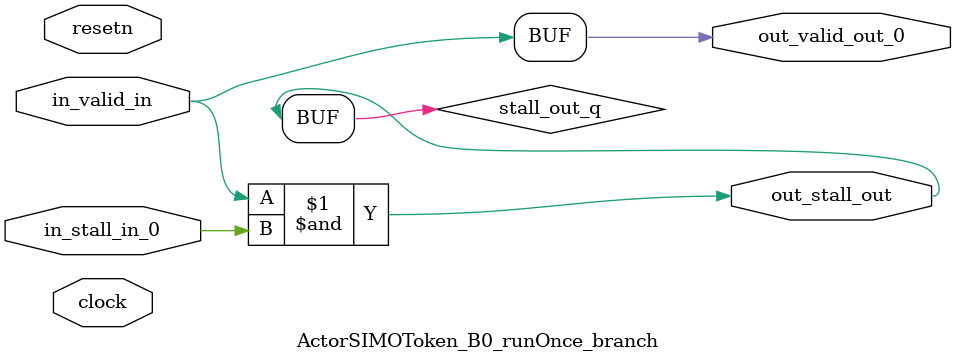
<source format=sv>



(* altera_attribute = "-name AUTO_SHIFT_REGISTER_RECOGNITION OFF; -name MESSAGE_DISABLE 10036; -name MESSAGE_DISABLE 10037; -name MESSAGE_DISABLE 14130; -name MESSAGE_DISABLE 14320; -name MESSAGE_DISABLE 15400; -name MESSAGE_DISABLE 14130; -name MESSAGE_DISABLE 10036; -name MESSAGE_DISABLE 12020; -name MESSAGE_DISABLE 12030; -name MESSAGE_DISABLE 12010; -name MESSAGE_DISABLE 12110; -name MESSAGE_DISABLE 14320; -name MESSAGE_DISABLE 13410; -name MESSAGE_DISABLE 113007; -name MESSAGE_DISABLE 10958" *)
module ActorSIMOToken_B0_runOnce_branch (
    input wire [0:0] in_stall_in_0,
    input wire [0:0] in_valid_in,
    output wire [0:0] out_stall_out,
    output wire [0:0] out_valid_out_0,
    input wire clock,
    input wire resetn
    );

    wire [0:0] stall_out_q;


    // stall_out(LOGICAL,6)
    assign stall_out_q = in_valid_in & in_stall_in_0;

    // out_stall_out(GPOUT,4)
    assign out_stall_out = stall_out_q;

    // out_valid_out_0(GPOUT,5)
    assign out_valid_out_0 = in_valid_in;

endmodule

</source>
